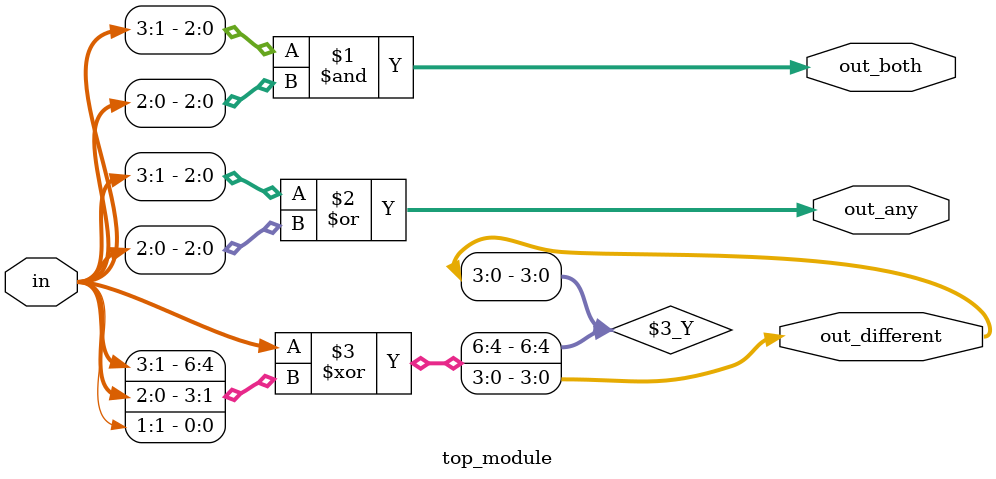
<source format=sv>
module top_module (
	input [3:0] in,
	output [2:0] out_both,
	output [3:1] out_any,
	output [3:0] out_different
);

	assign out_both = in[3:1] & in[2:0];
	assign out_any = in[3:1] | in[2:0];
	assign out_different = in ^ {in[3:1], in[2:0], in[1]};

endmodule

</source>
